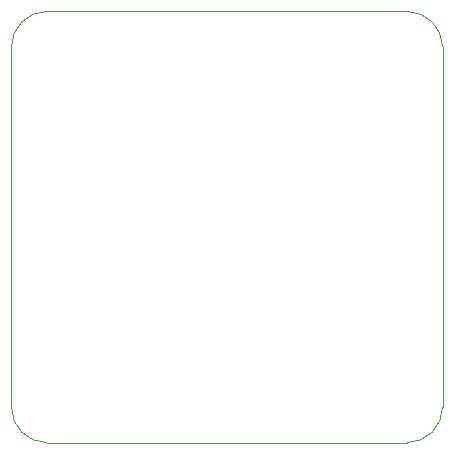
<source format=gbr>
%TF.GenerationSoftware,KiCad,Pcbnew,(6.0.0)*%
%TF.CreationDate,2022-05-23T22:47:49+07:00*%
%TF.ProjectId,MINI-FC,4d494e49-2d46-4432-9e6b-696361645f70,rev?*%
%TF.SameCoordinates,Original*%
%TF.FileFunction,Profile,NP*%
%FSLAX46Y46*%
G04 Gerber Fmt 4.6, Leading zero omitted, Abs format (unit mm)*
G04 Created by KiCad (PCBNEW (6.0.0)) date 2022-05-23 22:47:49*
%MOMM*%
%LPD*%
G01*
G04 APERTURE LIST*
%TA.AperFunction,Profile*%
%ADD10C,0.100000*%
%TD*%
G04 APERTURE END LIST*
D10*
X100000000Y-93500000D02*
G75*
G03*
X103000000Y-96500000I3000001J1D01*
G01*
X136500000Y-63000000D02*
G75*
G03*
X133500000Y-60000000I-3000001J-1D01*
G01*
X100000000Y-63000000D02*
X100000000Y-93500000D01*
X133500000Y-96500000D02*
G75*
G03*
X136500000Y-93500000I-1J3000001D01*
G01*
X103000000Y-60000000D02*
G75*
G03*
X100000000Y-63000000I1J-3000001D01*
G01*
X136500000Y-93500000D02*
X136500000Y-63000000D01*
X103000000Y-60000000D02*
X133500000Y-60000000D01*
X103000000Y-96500000D02*
X133500000Y-96500000D01*
M02*

</source>
